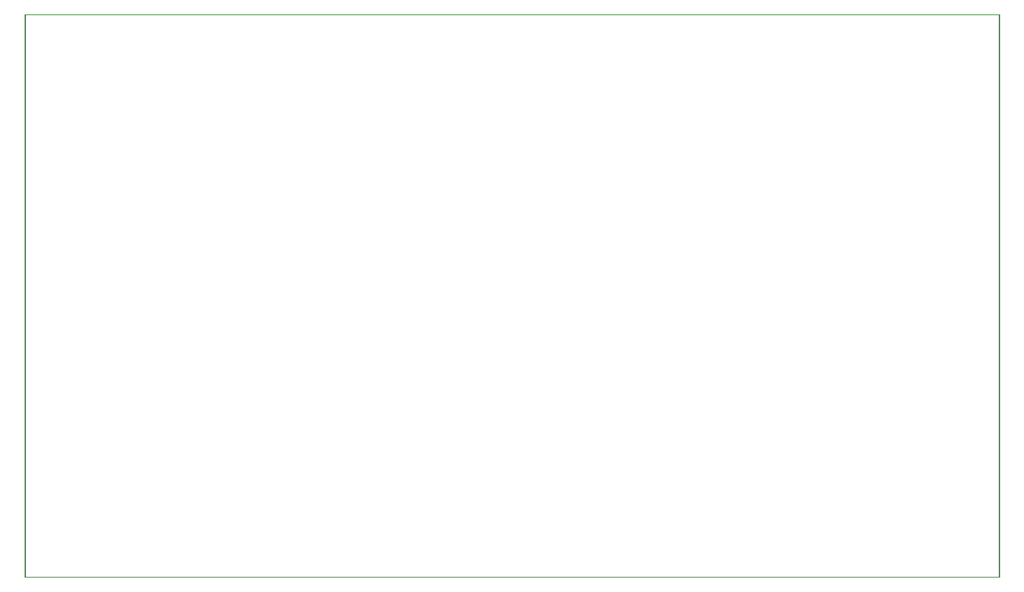
<source format=gm1>
G04*
G04 Format:               Gerber RS-274X*
G04 Layer:                BoardOutline*
G04 This File Name:       bms.gm1*
G04 Source File Name:     bms.rrb*
G04 Unique ID:            f0a94124-7116-492a-8d2f-4ebec7e5445f*
G04 Generated Date:       Thursday, 13 March 2014 15:34:31*
G04*
G04 Created Using:        Robot Room Copper Connection v2.5.5143*
G04 Software Contact:     http://www.robotroom.com/CopperConnection/Support.aspx*
G04 License Number:       1402*
G04*
G04 Zero Suppression:     Leading*
G04 Number Precision:     2.4*
G04*
%FSLAX24Y24*%
%MOIN*%
%LNBoardEdge*%
%ADD10R,.006X.006*%
D10*
G01X0Y26000D02*
X45000D01*
Y0D01*
X0D01*
Y26000D01*
M02*

</source>
